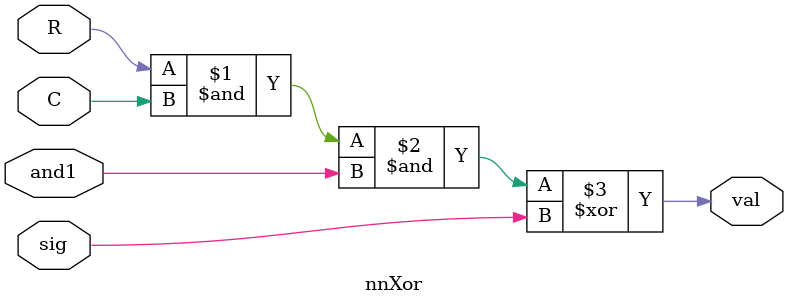
<source format=v>
/*
Copyright 2022 Goran Dakov

Licensed under the Apache License, Version 2.0 (the "License");
you may not use this file except in compliance with the License.
You may obtain a copy of the License at

    http://www.apache.org/licenses/LICENSE-2.0

Unless required by applicable law or agreed to in writing, software
distributed under the License is distributed on an "AS IS" BASIS,
WITHOUT WARRANTIES OR CONDITIONS OF ANY KIND, either express or implied.
See the License for the specific language governing permissions and
limitations under the License.
*/


module mulgen_FA(A,B,C,out,cout);
    input A,B,C;
    output out,cout;
    assign {cout,out}=A+B+C;
endmodule

module mulgen_HA(A,B,out,cout);
    input A,B;
    output out,cout;
    assign {cout,out}=A+B;
endmodule

module nnXor(R,C,and1,sig,val);
    input R;
    input C;
    input and1;
    input sig;
    output val;

    assign val=((R&C&and1)^sig);
endmodule

</source>
